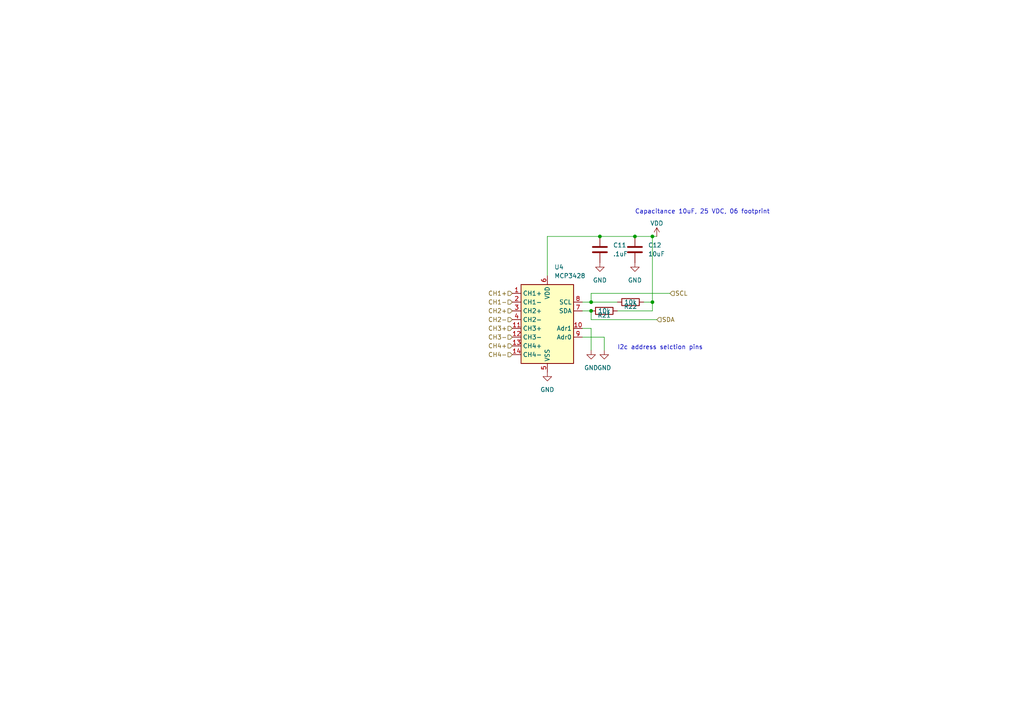
<source format=kicad_sch>
(kicad_sch (version 20211123) (generator eeschema)
  (paper "A4")
  (lib_symbols
    (symbol "Analog_ADC:MCP3428"
      (property "Reference" "U" (at -3.81 11.43 0))
      (property "Value" "MCP3428" (at 2.54 11.43 0))
      (symbol "MCP3428_0_1"
        (rectangle (start -7.62 10.16) (end 7.62 -12.7) (stroke (width 0.254)) (fill (type background)))
      )
      (symbol "MCP3428_1_1"
        (pin input line (at -10.16 7.62 0) (length 2.54) (name "CH1+") (number "1"))
        (pin input line (at 10.16 -2.54 180) (length 2.54) (name "Adr1") (number "10"))
        (pin input line (at -10.16 -2.54 0) (length 2.54) (name "CH3+") (number "11"))
        (pin input line (at -10.16 -5.08 0) (length 2.54) (name "CH3-") (number "12"))
        (pin input line (at -10.16 -7.62 0) (length 2.54) (name "CH4+") (number "13"))
        (pin input line (at -10.16 -10.16 0) (length 2.54) (name "CH4-") (number "14"))
        (pin input line (at -10.16 5.08 0) (length 2.54) (name "CH1-") (number "2"))
        (pin input line (at -10.16 2.54 0) (length 2.54) (name "CH2+") (number "3"))
        (pin input line (at -10.16 0 0) (length 2.54) (name "CH2-") (number "4"))
        (pin power_in line (at 0 -15.24 90) (length 2.54) (name "VSS") (number "5"))
        (pin power_in line (at 0 12.7 270) (length 2.54) (name "VDD") (number "6"))
        (pin bidirectional line (at 10.16 2.54 180) (length 2.54) (name "SDA") (number "7"))
        (pin input line (at 10.16 5.08 180) (length 2.54) (name "SCL") (number "8"))
        (pin input line (at 10.16 -5.08 180) (length 2.54) (name "Adr0") (number "9"))
      )
    )
    (symbol "Device:C" (pin_numbers hide) (pin_names (offset 0.254))
      (property "Reference" "C" (at 0.635 2.54 0))
      (property "Value" "C" (at 0.635 -2.54 0))
      (symbol "C_0_1"
        (polyline (pts (xy -2.032 -0.762) (xy 2.032 -0.762)) (stroke (width 0.508)))
        (polyline (pts (xy -2.032 0.762) (xy 2.032 0.762)) (stroke (width 0.508)))
      )
      (symbol "C_1_1"
        (pin passive line (at 0 3.81 270) (length 2.794) (name "~") (number "1"))
        (pin passive line (at 0 -3.81 90) (length 2.794) (name "~") (number "2"))
      )
    )
    (symbol "Device:R" (pin_numbers hide) (pin_names (offset 0))
      (property "Reference" "R" (at 2.032 0 90))
      (property "Value" "R" (at 0 0 90))
      (symbol "R_0_1"
        (rectangle (start -1.016 -2.54) (end 1.016 2.54) (stroke (width 0.254)))
      )
      (symbol "R_1_1"
        (pin passive line (at 0 3.81 270) (length 1.27) (name "~") (number "1"))
        (pin passive line (at 0 -3.81 90) (length 1.27) (name "~") (number "2"))
      )
    )
    (symbol "power:GND" (power) (pin_names (offset 0))
      (property "Value" "GND" (at 0 -3.81 0))
      (symbol "GND_0_1"
        (polyline (pts (xy 0 0) (xy 0 -1.27) (xy 1.27 -1.27) (xy 0 -2.54) (xy -1.27 -1.27) (xy 0 -1.27)))
      )
      (symbol "GND_1_1"
        (pin power_in line (at 0 0 270) (length 0) hide (name "GND") (number "1"))
      )
    )
    (symbol "power:VDD" (power) (pin_names (offset 0))
      (property "Value" "VDD" (at 0 3.81 0))
      (symbol "VDD_0_1"
        (polyline (pts (xy -0.762 1.27) (xy 0 2.54)))
        (polyline (pts (xy 0 0) (xy 0 2.54)))
        (polyline (pts (xy 0 2.54) (xy 0.762 1.27)))
      )
      (symbol "VDD_1_1"
        (pin power_in line (at 0 0 90) (length 0) hide (name "VDD") (number "1"))
      )
    )
  )
  (junction (at 173.99 68.58))
  (junction (at 189.23 87.63))
  (junction (at 171.45 87.63))
  (junction (at 184.15 68.58))
  (junction (at 171.45 90.17))
  (junction (at 189.23 68.58))
  (wire (pts (xy 171.45 87.63) (xy 168.91 87.63)))
  (wire (pts (xy 175.26 97.79) (xy 175.26 101.6)))
  (wire (pts (xy 168.91 97.79) (xy 175.26 97.79)))
  (wire (pts (xy 173.99 68.58) (xy 184.15 68.58)))
  (wire (pts (xy 171.45 92.71) (xy 190.5 92.71)))
  (wire (pts (xy 168.91 95.25) (xy 171.45 95.25)))
  (wire (pts (xy 171.45 95.25) (xy 171.45 101.6)))
  (wire (pts (xy 158.75 68.58) (xy 173.99 68.58)))
  (wire (pts (xy 171.45 90.17) (xy 168.91 90.17)))
  (wire (pts (xy 171.45 90.17) (xy 171.45 92.71)))
  (wire (pts (xy 189.23 68.58) (xy 190.5 68.58)))
  (wire (pts (xy 179.07 90.17) (xy 189.23 90.17)))
  (wire (pts (xy 189.23 90.17) (xy 189.23 87.63)))
  (wire (pts (xy 171.45 85.09) (xy 194.31 85.09)))
  (wire (pts (xy 189.23 87.63) (xy 189.23 68.58)))
  (wire (pts (xy 158.75 68.58) (xy 158.75 80.01)))
  (wire (pts (xy 171.45 87.63) (xy 171.45 85.09)))
  (wire (pts (xy 179.07 87.63) (xy 171.45 87.63)))
  (wire (pts (xy 184.15 68.58) (xy 189.23 68.58)))
  (wire (pts (xy 186.69 87.63) (xy 189.23 87.63)))
  (text "I2c address selction pins\n" (at 179.07 101.6 0) (effects (font (size 1.27 1.27)) (justify left bottom)))
  (text "Capacitance 10uF, 25 VDC, 06 footprint\n" (at 184.15 62.23 0) (effects (font (size 1.27 1.27)) (justify left bottom)))
  (hierarchical_label "CH1+" (shape input) (at 148.59 85.09 180))
  (hierarchical_label "CH3-" (shape input) (at 148.59 97.79 180))
  (hierarchical_label "CH4-" (shape input) (at 148.59 102.87 180))
  (hierarchical_label "SDA" (shape input) (at 190.5 92.71 0))
  (hierarchical_label "CH2-" (shape input) (at 148.59 92.71 180))
  (hierarchical_label "CH1-" (shape input) (at 148.59 87.63 180))
  (hierarchical_label "CH4+" (shape input) (at 148.59 100.33 180))
  (hierarchical_label "CH2+" (shape input) (at 148.59 90.17 180))
  (hierarchical_label "SCL" (shape input) (at 194.31 85.09 0))
  (hierarchical_label "CH3+" (shape input) (at 148.59 95.25 180))
  (symbol (lib_id "power:GND") (at 184.15 76.2 0) (unit 1)
    (property "Reference" "#PWR05" (effects hide))
    (property "Value" "GND" (at 184.15 81.28 0))
  )
  (symbol (lib_id "Device:R") (at 175.26 90.17 90) (unit 1)
    (property "Reference" "R21" (at 175.26 91.44 90))
    (property "Value" "10k" (at 175.26 90.17 90))
    (property "Footprint" "Resistor_SMD:R_0603_1608Metric" (effects hide))
  )
  (symbol (lib_id "power:GND") (at 173.99 76.2 0) (unit 1)
    (property "Reference" "#PWR03" (effects hide))
    (property "Value" "GND" (at 173.99 81.28 0))
  )
  (symbol (lib_id "power:VDD") (at 190.5 68.58 0) (unit 1)
    (property "Reference" "#PWR06" (effects hide))
    (property "Value" "VDD" (at 190.5 64.77 0))
  )
  (symbol (lib_id "power:GND") (at 175.26 101.6 0) (unit 1)
    (property "Reference" "#PWR04" (effects hide))
    (property "Value" "GND" (at 175.26 106.68 0))
  )
  (symbol (lib_id "Device:R") (at 182.88 87.63 90) (unit 1)
    (property "Reference" "R22" (at 182.88 88.9 90))
    (property "Value" "10k" (at 182.88 87.63 90))
    (property "Footprint" "Resistor_SMD:R_0603_1608Metric" (effects hide))
  )
  (symbol (lib_id "Device:C") (at 184.15 72.39 0) (unit 1)
    (property "Reference" "C12" (at 187.96 71.1199 0) (effects (justify left)))
    (property "Value" "10uF" (at 187.96 73.6599 0) (effects (justify left)))
    (property "Footprint" "Capacitor_SMD:C_0603_1608Metric" (effects hide))
  )
  (symbol (lib_id "power:GND") (at 158.75 107.95 0) (unit 1)
    (property "Reference" "#PWR01" (effects hide))
    (property "Value" "GND" (at 158.75 113.03 0))
  )
  (symbol (lib_id "Analog_ADC:MCP3428") (at 158.75 92.71 0) (unit 1)
    (property "Reference" "U4" (at 160.7694 77.47 0) (effects (justify left)))
    (property "Value" "MCP3428" (at 160.7694 80.01 0) (effects (justify left)))
    (property "Footprint" "Package_SO:SOIC-14_3.9x8.7mm_P1.27mm" (effects hide))
    (property "Datasheet" "http://ww1.microchip.com/downloads/en/DeviceDoc/22226a.pdf" (effects hide))
  )
  (symbol (lib_id "power:GND") (at 171.45 101.6 0) (unit 1)
    (property "Reference" "#PWR02" (effects hide))
    (property "Value" "GND" (at 171.45 106.68 0))
  )
  (symbol (lib_id "Device:C") (at 173.99 72.39 0) (unit 1)
    (property "Reference" "C11" (at 177.8 71.1199 0) (effects (justify left)))
    (property "Value" ".1uF" (at 177.8 73.6599 0) (effects (justify left)))
    (property "Footprint" "Capacitor_SMD:C_0603_1608Metric" (effects hide))
  )
)
</source>
